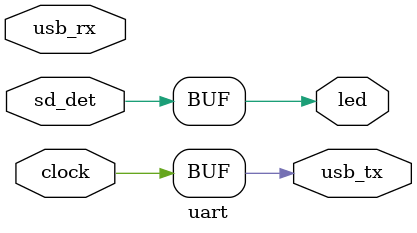
<source format=sv>
module uart(
	input clock,

	input usb_rx,
	output usb_tx,

	output led,
	input sd_det
);
	assign usb_tx = clock;
	assign led = sd_det;
endmodule

</source>
